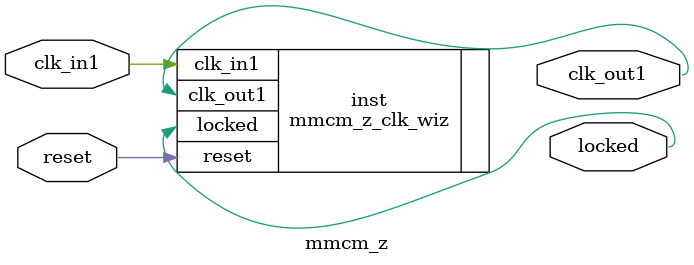
<source format=v>


`timescale 1ps/1ps

(* CORE_GENERATION_INFO = "mmcm_z,clk_wiz_v6_0_3_0_0,{component_name=mmcm_z,use_phase_alignment=true,use_min_o_jitter=false,use_max_i_jitter=false,use_dyn_phase_shift=false,use_inclk_switchover=false,use_dyn_reconfig=false,enable_axi=0,feedback_source=FDBK_AUTO,PRIMITIVE=MMCM,num_out_clk=1,clkin1_period=10.000,clkin2_period=10.000,use_power_down=false,use_reset=true,use_locked=true,use_inclk_stopped=false,feedback_type=SINGLE,CLOCK_MGR_TYPE=NA,manual_override=false}" *)

module mmcm_z 
 (
  // Clock out ports
  output        clk_out1,
  // Status and control signals
  input         reset,
  output        locked,
 // Clock in ports
  input         clk_in1
 );

  mmcm_z_clk_wiz inst
  (
  // Clock out ports  
  .clk_out1(clk_out1),
  // Status and control signals               
  .reset(reset), 
  .locked(locked),
 // Clock in ports
  .clk_in1(clk_in1)
  );

endmodule

</source>
